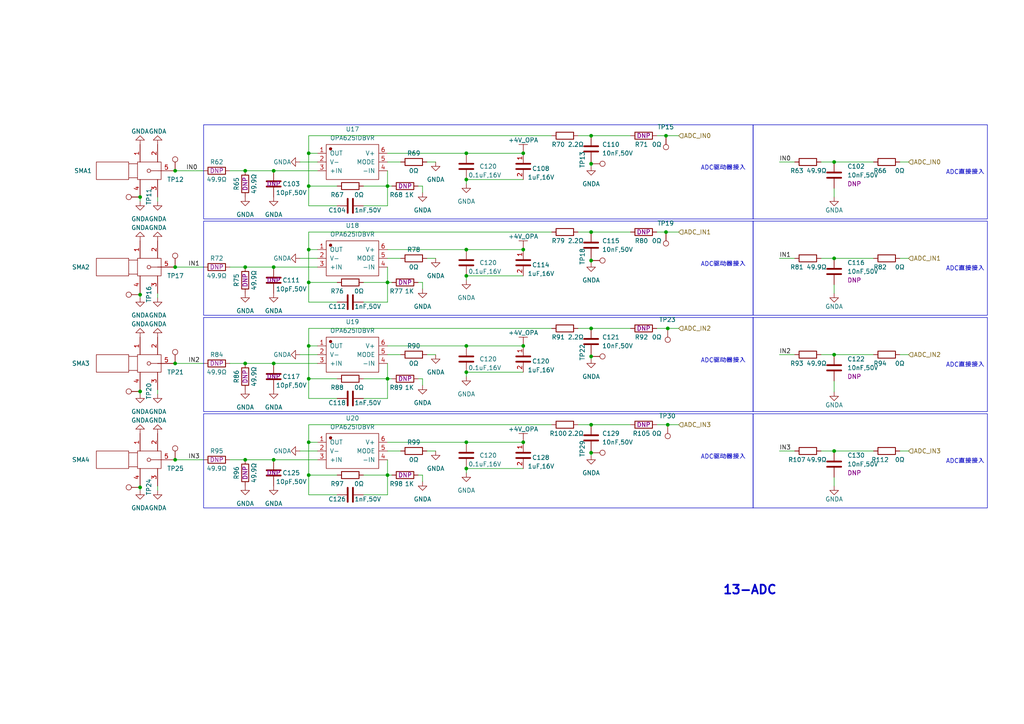
<source format=kicad_sch>
(kicad_sch (version 20230121) (generator eeschema)
  (paper "A4")
  (junction (at 241.935 74.93))
  (junction (at 79.375 49.53))
  (junction (at 135.255 135.89))
  (junction (at 171.45 75.565))
  (junction (at 171.45 131.318))
  (junction (at 89.535 44.45))
  (junction (at 40.64 141.351))
  (junction (at 135.255 100.33))
  (junction (at 171.45 39.37))
  (junction (at 193.675 123.19))
  (junction (at 171.45 67.31))
  (junction (at 135.255 52.07))
  (junction (at 89.535 128.27))
  (junction (at 89.535 100.33))
  (junction (at 71.12 105.41))
  (junction (at 151.765 128.27))
  (junction (at 112.395 137.795))
  (junction (at 112.395 53.975))
  (junction (at 89.535 81.915))
  (junction (at 135.255 107.95))
  (junction (at 171.45 103.378))
  (junction (at 71.12 133.35))
  (junction (at 71.12 49.53))
  (junction (at 89.535 72.39))
  (junction (at 40.64 113.538))
  (junction (at 40.64 85.471))
  (junction (at 50.8 105.41))
  (junction (at 135.255 72.39))
  (junction (at 79.375 77.47))
  (junction (at 50.8 133.35))
  (junction (at 89.535 109.855))
  (junction (at 241.935 46.99))
  (junction (at 50.8 49.53))
  (junction (at 112.395 81.915))
  (junction (at 193.167 39.37))
  (junction (at 89.535 53.975))
  (junction (at 40.64 57.15))
  (junction (at 151.765 44.45))
  (junction (at 241.935 130.81))
  (junction (at 135.255 128.27))
  (junction (at 171.45 123.19))
  (junction (at 151.765 72.39))
  (junction (at 193.675 95.25))
  (junction (at 171.45 95.25))
  (junction (at 79.375 105.41))
  (junction (at 112.395 109.855))
  (junction (at 89.535 137.795))
  (junction (at 50.8 77.47))
  (junction (at 241.935 102.87))
  (junction (at 135.255 80.01))
  (junction (at 193.167 67.31))
  (junction (at 79.375 133.35))
  (junction (at 71.12 77.47))
  (junction (at 135.255 44.45))
  (junction (at 151.765 100.33))
  (junction (at 171.45 47.498))
  (wire (pts (xy 112.395 53.975) (xy 112.395 59.69)))
  (wire (pts (xy 260.985 74.93) (xy 263.525 74.93)))
  (wire (pts (xy 190.5 95.25) (xy 193.675 95.25)))
  (wire (pts (xy 105.41 115.57) (xy 112.395 115.57)))
  (wire (pts (xy 171.45 123.19) (xy 182.88 123.19)))
  (wire (pts (xy 171.45 76.2) (xy 171.45 75.565)))
  (wire (pts (xy 190.5 123.19) (xy 193.675 123.19)))
  (wire (pts (xy 86.995 74.93) (xy 92.075 74.93)))
  (wire (pts (xy 97.79 53.975) (xy 89.535 53.975)))
  (wire (pts (xy 105.41 137.795) (xy 112.395 137.795)))
  (wire (pts (xy 89.535 128.27) (xy 92.075 128.27)))
  (wire (pts (xy 89.535 67.31) (xy 160.02 67.31)))
  (wire (pts (xy 226.06 74.93) (xy 230.505 74.93)))
  (wire (pts (xy 79.375 49.53) (xy 92.075 49.53)))
  (wire (pts (xy 112.395 81.915) (xy 112.395 87.63)))
  (wire (pts (xy 105.41 53.975) (xy 112.395 53.975)))
  (wire (pts (xy 79.375 105.41) (xy 92.075 105.41)))
  (wire (pts (xy 151.765 72.39) (xy 135.255 72.39)))
  (wire (pts (xy 50.8 133.35) (xy 59.055 133.35)))
  (wire (pts (xy 89.535 123.19) (xy 89.535 128.27)))
  (wire (pts (xy 105.41 143.51) (xy 112.395 143.51)))
  (wire (pts (xy 86.995 102.87) (xy 92.075 102.87)))
  (wire (pts (xy 97.79 109.855) (xy 89.535 109.855)))
  (wire (pts (xy 66.675 77.47) (xy 71.12 77.47)))
  (wire (pts (xy 50.8 49.53) (xy 59.055 49.53)))
  (wire (pts (xy 171.45 39.37) (xy 182.88 39.37)))
  (wire (pts (xy 45.72 142.24) (xy 45.72 140.97)))
  (wire (pts (xy 260.985 102.87) (xy 263.525 102.87)))
  (wire (pts (xy 105.41 59.69) (xy 112.395 59.69)))
  (wire (pts (xy 112.395 109.855) (xy 112.395 115.57)))
  (wire (pts (xy 167.64 95.25) (xy 171.45 95.25)))
  (wire (pts (xy 190.5 39.37) (xy 193.167 39.37)))
  (wire (pts (xy 260.985 46.99) (xy 263.525 46.99)))
  (wire (pts (xy 79.375 133.35) (xy 92.075 133.35)))
  (wire (pts (xy 89.535 44.45) (xy 92.075 44.45)))
  (wire (pts (xy 45.72 114.3) (xy 45.72 113.03)))
  (wire (pts (xy 112.395 109.855) (xy 113.665 109.855)))
  (wire (pts (xy 126.365 102.87) (xy 123.825 102.87)))
  (wire (pts (xy 167.64 39.37) (xy 171.45 39.37)))
  (wire (pts (xy 171.45 67.31) (xy 182.88 67.31)))
  (wire (pts (xy 122.555 53.975) (xy 121.285 53.975)))
  (wire (pts (xy 116.205 130.81) (xy 112.395 130.81)))
  (wire (pts (xy 89.535 72.39) (xy 92.075 72.39)))
  (wire (pts (xy 241.935 46.99) (xy 253.365 46.99)))
  (wire (pts (xy 238.125 74.93) (xy 241.935 74.93)))
  (wire (pts (xy 40.64 86.36) (xy 40.64 85.471)))
  (wire (pts (xy 50.8 105.41) (xy 59.055 105.41)))
  (wire (pts (xy 190.5 67.31) (xy 193.167 67.31)))
  (wire (pts (xy 79.375 133.35) (xy 71.12 133.35)))
  (wire (pts (xy 89.535 109.855) (xy 89.535 100.33)))
  (wire (pts (xy 135.255 44.45) (xy 112.395 44.45)))
  (wire (pts (xy 241.935 82.55) (xy 241.935 85.09)))
  (wire (pts (xy 66.675 133.35) (xy 71.12 133.35)))
  (wire (pts (xy 151.765 128.27) (xy 135.255 128.27)))
  (wire (pts (xy 50.8 77.47) (xy 59.055 77.47)))
  (wire (pts (xy 122.555 81.915) (xy 122.555 83.82)))
  (wire (pts (xy 122.555 109.855) (xy 122.555 111.76)))
  (wire (pts (xy 112.395 133.35) (xy 112.395 137.795)))
  (wire (pts (xy 241.935 130.81) (xy 253.365 130.81)))
  (wire (pts (xy 105.41 81.915) (xy 112.395 81.915)))
  (wire (pts (xy 241.935 110.49) (xy 241.935 113.665)))
  (wire (pts (xy 45.72 86.36) (xy 45.72 85.09)))
  (wire (pts (xy 116.205 46.99) (xy 112.395 46.99)))
  (wire (pts (xy 135.255 80.01) (xy 151.765 80.01)))
  (wire (pts (xy 151.765 100.33) (xy 135.255 100.33)))
  (wire (pts (xy 40.64 85.471) (xy 40.64 85.09)))
  (wire (pts (xy 112.395 137.795) (xy 112.395 143.51)))
  (wire (pts (xy 193.167 39.37) (xy 196.85 39.37)))
  (wire (pts (xy 40.64 58.42) (xy 40.64 57.15)))
  (wire (pts (xy 122.555 81.915) (xy 121.285 81.915)))
  (wire (pts (xy 97.79 59.69) (xy 89.535 59.69)))
  (wire (pts (xy 89.535 67.31) (xy 89.535 72.39)))
  (wire (pts (xy 126.365 46.99) (xy 123.825 46.99)))
  (wire (pts (xy 238.125 102.87) (xy 241.935 102.87)))
  (wire (pts (xy 79.375 49.53) (xy 71.12 49.53)))
  (wire (pts (xy 171.45 48.26) (xy 171.45 47.498)))
  (wire (pts (xy 171.45 104.14) (xy 171.45 103.378)))
  (wire (pts (xy 135.255 135.89) (xy 151.765 135.89)))
  (wire (pts (xy 171.45 95.25) (xy 182.88 95.25)))
  (wire (pts (xy 89.535 137.795) (xy 89.535 143.51)))
  (wire (pts (xy 89.535 81.915) (xy 89.535 72.39)))
  (wire (pts (xy 112.395 49.53) (xy 112.395 53.975)))
  (wire (pts (xy 151.765 44.45) (xy 135.255 44.45)))
  (wire (pts (xy 79.375 77.47) (xy 92.075 77.47)))
  (wire (pts (xy 89.535 81.915) (xy 89.535 87.63)))
  (wire (pts (xy 171.45 132.08) (xy 171.45 131.318)))
  (wire (pts (xy 116.205 74.93) (xy 112.395 74.93)))
  (wire (pts (xy 89.535 95.25) (xy 160.02 95.25)))
  (wire (pts (xy 89.535 137.795) (xy 89.535 128.27)))
  (wire (pts (xy 241.935 102.87) (xy 253.365 102.87)))
  (wire (pts (xy 226.06 46.99) (xy 230.505 46.99)))
  (wire (pts (xy 40.64 114.3) (xy 40.64 113.538)))
  (wire (pts (xy 193.675 123.19) (xy 196.85 123.19)))
  (wire (pts (xy 241.935 74.93) (xy 253.365 74.93)))
  (wire (pts (xy 112.395 81.915) (xy 113.665 81.915)))
  (wire (pts (xy 260.985 130.81) (xy 263.525 130.81)))
  (wire (pts (xy 97.79 115.57) (xy 89.535 115.57)))
  (wire (pts (xy 89.535 123.19) (xy 160.02 123.19)))
  (wire (pts (xy 193.675 95.25) (xy 196.85 95.25)))
  (wire (pts (xy 226.06 130.81) (xy 230.505 130.81)))
  (wire (pts (xy 89.535 39.37) (xy 89.535 44.45)))
  (wire (pts (xy 116.205 102.87) (xy 112.395 102.87)))
  (wire (pts (xy 171.45 75.565) (xy 171.45 74.93)))
  (wire (pts (xy 66.675 49.53) (xy 71.12 49.53)))
  (wire (pts (xy 89.535 100.33) (xy 92.075 100.33)))
  (wire (pts (xy 112.395 77.47) (xy 112.395 81.915)))
  (wire (pts (xy 86.995 130.81) (xy 92.075 130.81)))
  (wire (pts (xy 89.535 53.975) (xy 89.535 44.45)))
  (wire (pts (xy 45.72 58.42) (xy 45.72 57.15)))
  (wire (pts (xy 40.64 141.351) (xy 40.64 140.97)))
  (wire (pts (xy 193.167 67.31) (xy 196.85 67.31)))
  (wire (pts (xy 79.375 77.47) (xy 71.12 77.47)))
  (wire (pts (xy 89.535 109.855) (xy 89.535 115.57)))
  (wire (pts (xy 112.395 105.41) (xy 112.395 109.855)))
  (wire (pts (xy 135.255 52.07) (xy 151.765 52.07)))
  (wire (pts (xy 122.555 109.855) (xy 121.285 109.855)))
  (wire (pts (xy 97.79 81.915) (xy 89.535 81.915)))
  (wire (pts (xy 122.555 53.975) (xy 122.555 55.88)))
  (wire (pts (xy 105.41 87.63) (xy 112.395 87.63)))
  (wire (pts (xy 105.41 109.855) (xy 112.395 109.855)))
  (wire (pts (xy 238.125 130.81) (xy 241.935 130.81)))
  (wire (pts (xy 167.64 67.31) (xy 171.45 67.31)))
  (wire (pts (xy 226.06 102.87) (xy 230.505 102.87)))
  (wire (pts (xy 97.79 87.63) (xy 89.535 87.63)))
  (wire (pts (xy 79.375 105.41) (xy 71.12 105.41)))
  (wire (pts (xy 135.255 81.28) (xy 135.255 80.01)))
  (wire (pts (xy 86.995 46.99) (xy 92.075 46.99)))
  (wire (pts (xy 66.675 105.41) (xy 71.12 105.41)))
  (wire (pts (xy 241.935 138.43) (xy 241.935 140.97)))
  (wire (pts (xy 40.64 142.24) (xy 40.64 141.351)))
  (wire (pts (xy 135.255 107.95) (xy 151.765 107.95)))
  (wire (pts (xy 126.365 130.81) (xy 123.825 130.81)))
  (wire (pts (xy 135.255 137.16) (xy 135.255 135.89)))
  (wire (pts (xy 238.125 46.99) (xy 241.935 46.99)))
  (wire (pts (xy 122.555 137.795) (xy 122.555 139.7)))
  (wire (pts (xy 112.395 53.975) (xy 113.665 53.975)))
  (wire (pts (xy 89.535 39.37) (xy 160.02 39.37)))
  (wire (pts (xy 135.255 53.34) (xy 135.255 52.07)))
  (wire (pts (xy 112.395 137.795) (xy 113.665 137.795)))
  (wire (pts (xy 167.64 123.19) (xy 171.45 123.19)))
  (wire (pts (xy 171.45 47.498) (xy 171.45 46.99)))
  (wire (pts (xy 135.255 109.22) (xy 135.255 107.95)))
  (wire (pts (xy 171.45 103.378) (xy 171.45 102.87)))
  (wire (pts (xy 241.935 54.61) (xy 241.935 57.15)))
  (wire (pts (xy 135.255 128.27) (xy 112.395 128.27)))
  (wire (pts (xy 122.555 137.795) (xy 121.285 137.795)))
  (wire (pts (xy 126.365 74.93) (xy 123.825 74.93)))
  (wire (pts (xy 89.535 95.25) (xy 89.535 100.33)))
  (wire (pts (xy 89.535 53.975) (xy 89.535 59.69)))
  (wire (pts (xy 97.79 137.795) (xy 89.535 137.795)))
  (wire (pts (xy 97.79 143.51) (xy 89.535 143.51)))
  (wire (pts (xy 40.64 113.538) (xy 40.64 113.03)))
  (wire (pts (xy 135.255 100.33) (xy 112.395 100.33)))
  (wire (pts (xy 135.255 72.39) (xy 112.395 72.39)))
  (wire (pts (xy 171.45 131.318) (xy 171.45 130.81)))
  (rectangle (start 218.44 36.195) (end 286.385 63.5))
  (rectangle (start 218.44 64.135) (end 286.385 91.44))
  (rectangle (start 59.055 64.135) (end 218.44 91.44))
  (rectangle (start 59.055 120.015) (end 218.44 147.32))
  (rectangle (start 218.44 92.075) (end 286.385 119.38))
  (rectangle (start 59.055 36.195) (end 218.44 63.5))
  (rectangle (start 218.44 120.015) (end 286.385 147.32))
  (rectangle (start 59.055 92.075) (end 218.44 119.38))
  (text "ADC驱动器接入" (at 203.2 105.41 0) (effects (font (size 1.27 1.27)) (justify left bottom)))
  (text "13-ADC" (at 209.55 172.72 0) (effects (font (size 2.54 2.54) (thickness 0.508) bold) (justify left bottom)))
  (text "ADC直接接入" (at 274.32 106.68 0) (effects (font (size 1.27 1.27)) (justify left bottom)))
  (text "ADC驱动器接入" (at 203.2 49.53 0) (effects (font (size 1.27 1.27)) (justify left bottom)))
  (text "ADC直接接入" (at 274.32 134.62 0) (effects (font (size 1.27 1.27)) (justify left bottom)))
  (text "ADC驱动器接入" (at 203.2 133.35 0) (effects (font (size 1.27 1.27)) (justify left bottom)))
  (text "ADC直接接入" (at 274.32 78.74 0) (effects (font (size 1.27 1.27)) (justify left bottom)))
  (text "ADC直接接入" (at 274.32 50.8 0) (effects (font (size 1.27 1.27)) (justify left bottom)))
  (text "ADC驱动器接入" (at 203.2 77.47 0) (effects (font (size 1.27 1.27)) (justify left bottom)))
  (label "IN3" (at 54.61 133.35 0))
  (label "IN2" (at 54.61 105.41 0))
  (label "IN0" (at 226.06 46.99 0))
  (label "IN0" (at 53.975 49.53 0))
  (label "IN1" (at 226.06 74.93 0))
  (label "IN3" (at 226.06 130.81 0))
  (label "IN1" (at 54.61 77.47 0))
  (label "IN2" (at 226.06 102.87 0))
  (hierarchical_label "ADC_IN0" (shape input) (at 196.85 39.37 0))
  (hierarchical_label "ADC_IN3" (shape input) (at 263.525 130.81 0))
  (hierarchical_label "ADC_IN1" (shape input) (at 263.525 74.93 0))
  (hierarchical_label "ADC_IN0" (shape input) (at 263.525 46.99 0))
  (hierarchical_label "ADC_IN1" (shape input) (at 196.85 67.31 0))
  (hierarchical_label "ADC_IN2" (shape input) (at 263.525 102.87 0))
  (hierarchical_label "ADC_IN3" (shape input) (at 196.85 123.19 0))
  (hierarchical_label "ADC_IN2" (shape input) (at 196.85 95.25 0))
  (symbol (lib_id "00_HPM_power:GNDA") (at 71.12 113.03 0) (unit 1)
    (property "Reference" "#PWR074" (effects hide))
    (property "Value" "GNDA" (at 71.12 118.11 0))
    (instances (project "HPM62_63_144_ADC_EVK_RevB" (path "" (reference "#PWR074") (unit 1)) (path "" (reference "#PWR088") (unit 1)) (path "" (reference "#PWR0180") (unit 1))))
  )
  (symbol (lib_id "01-HPM-Peripheral:TestPoint-1mm") (at 193.167 67.31 180) (unit 1)
    (property "Reference" "TP19" (at 190.627 64.77 0) (effects (justify right)))
    (property "Value" "PC13" (effects hide))
    (property "Footprint" "01_HPM_Peripheral:TestPoint_Pad_D1.0mm" (effects hide))
    (property "Digi-Key_PN" "36-5002-ND" (effects hide))
    (property "MPN" "5002" (effects hide))
    (property "Category" "Test and Measurement" (effects hide))
    (property "Family" "Test Points" (effects hide))
    (property "DK_Datasheet_Link" "http://www.keyelco.com/product-pdf.cfm?p=1311" (effects hide))
    (property "DK_Detail_Page" "/product-detail/en/keystone-electronics/5002/36-5002-ND/255328" (effects hide))
    (property "Description" "PC TEST POINT MINIATURE WHITE" (effects hide))
    (property "Manufacturer" "Keystone Electronics" (effects hide))
    (property "Status" "Active" (effects hide))
  )
  (symbol (lib_id "03_HPM_Capacitance:1nF,50V_0402") (at 101.6 115.57 90) (unit 1)
    (property "Reference" "C118" (at 97.79 116.84 90))
    (property "Value" "1nF,50V" (at 106.68 116.84 90))
    (property "Footprint" "03_HPM_Capacitance:C_0402" (effects hide))
    (property "Model" "CL05B102KB5NNNC" (effects hide))
    (property "Company" "SAMSUNG(三星)" (effects hide))
  )
  (symbol (lib_id "03_HPM_Capacitance:1uF,16V_0402") (at 151.765 104.775 0) (unit 1)
    (property "Reference" "C120" (at 154.305 104.775 0) (effects (justify left)))
    (property "Value" "1uF,16V" (at 153.035 107.315 0) (effects (justify left)))
    (property "Footprint" "03_HPM_Capacitance:C_0402" (effects hide))
    (property "Model" " CL05A105KO5NNNC" (effects hide))
    (property "Company" " SAMSUNG(三星) " (effects hide))
  )
  (symbol (lib_id "00_HPM_power:GNDA") (at 40.64 114.3 0) (unit 1)
    (property "Reference" "#PWR074" (effects hide))
    (property "Value" "GNDA" (at 40.64 119.38 0))
    (instances (project "HPM62_63_144_ADC_EVK_RevB" (path "" (reference "#PWR074") (unit 1)) (path "" (reference "#PWR088") (unit 1)) (path "" (reference "#PWR0177") (unit 1))))
  )
  (symbol (lib_id "00_HPM_power:+4V_OPA") (at 151.765 72.39 0) (unit 1) (in_bom no) (on_board no)
    (property "Reference" "#PWR057" (effects hide))
    (property "Value" "+4V_OPA" (at 151.765 68.58 0))
    (instances (project "HPM62_63_144_ADC_EVK_RevB" (path "" (reference "#PWR057") (unit 1)) (path "" (reference "#PWR0173") (unit 1))))
  )
  (symbol (lib_id "00_HPM_power:GNDA") (at 241.935 85.09 0) (unit 1)
    (property "Reference" "#PWR074" (effects hide))
    (property "Value" "GNDA" (at 241.935 88.9 0))
    (instances (project "HPM62_63_144_ADC_EVK_RevB" (path "" (reference "#PWR074") (unit 1)) (path "" (reference "#PWR088") (unit 1)) (path "" (reference "#PWR0175") (unit 1))))
  )
  (symbol (lib_id "00_HPM_power:GNDA") (at 86.995 130.81 270) (unit 1)
    (property "Reference" "#PWR074" (effects hide))
    (property "Value" "GNDA" (at 84.455 130.81 90) (effects (justify right)))
    (instances (project "HPM62_63_144_ADC_EVK_RevB" (path "" (reference "#PWR074") (unit 1)) (path "" (reference "#PWR088") (unit 1)) (path "" (reference "#PWR0200") (unit 1))))
  )
  (symbol (lib_id "02_HPM_Resistor:1K_0402") (at 101.6 137.795 0) (unit 1)
    (property "Reference" "R97" (at 97.79 140.335 0))
    (property "Value" "0Ω" (at 104.14 140.335 0))
    (property "Footprint" "02_HPM_Resistor:R_0402_1005Metric" (effects hide))
    (property "Model" "0402WGF1001TCE" (effects hide))
    (property "Company" "UNI-ROYAL(厚声)" (effects hide))
  )
  (symbol (lib_id "01-HPM-Peripheral:TestPoint-1mm") (at 50.8 133.35 0) (unit 1)
    (property "Reference" "TP25" (at 53.34 135.89 0) (effects (justify right)))
    (property "Value" "S" (effects hide))
    (property "Footprint" "TestPoint:TestPoint_Pad_D1.0mm" (effects hide))
    (property "Digi-Key_PN" "36-5002-ND" (effects hide))
    (property "MPN" "5002" (effects hide))
    (property "Category" "Test and Measurement" (effects hide))
    (property "Family" "Test Points" (effects hide))
    (property "DK_Datasheet_Link" "http://www.keyelco.com/product-pdf.cfm?p=1311" (effects hide))
    (property "DK_Detail_Page" "/product-detail/en/keystone-electronics/5002/36-5002-ND/255328" (effects hide))
    (property "Description" "PC TEST POINT MINIATURE WHITE" (effects hide))
    (property "Manufacturer" "Keystone Electronics" (effects hide))
    (property "Status" "Active" (effects hide))
  )
  (symbol (lib_id "01-HPM-Peripheral:TestPoint-1mm") (at 40.64 85.471 90) (unit 1)
    (property "Reference" "TP16" (at 43.18 82.931 0) (effects (justify right)))
    (property "Value" "G" (effects hide))
    (property "Footprint" "TestPoint:TestPoint_Pad_D1.0mm" (effects hide))
    (property "Digi-Key_PN" "36-5002-ND" (effects hide))
    (property "MPN" "5002" (effects hide))
    (property "Category" "Test and Measurement" (effects hide))
    (property "Family" "Test Points" (effects hide))
    (property "DK_Datasheet_Link" "http://www.keyelco.com/product-pdf.cfm?p=1311" (effects hide))
    (property "DK_Detail_Page" "/product-detail/en/keystone-electronics/5002/36-5002-ND/255328" (effects hide))
    (property "Description" "PC TEST POINT MINIATURE WHITE" (effects hide))
    (property "Manufacturer" "Keystone Electronics" (effects hide))
    (property "Status" "Active" (effects hide))
  )
  (symbol (lib_id "01-HPM-Peripheral:TestPoint-1mm") (at 193.675 95.25 180) (unit 1)
    (property "Reference" "TP23" (at 191.135 92.71 0) (effects (justify right)))
    (property "Value" "PC14" (effects hide))
    (property "Footprint" "01_HPM_Peripheral:TestPoint_Pad_D1.0mm" (effects hide))
    (property "Digi-Key_PN" "36-5002-ND" (effects hide))
    (property "MPN" "5002" (effects hide))
    (property "Category" "Test and Measurement" (effects hide))
    (property "Family" "Test Points" (effects hide))
    (property "DK_Datasheet_Link" "http://www.keyelco.com/product-pdf.cfm?p=1311" (effects hide))
    (property "DK_Detail_Page" "/product-detail/en/keystone-electronics/5002/36-5002-ND/255328" (effects hide))
    (property "Description" "PC TEST POINT MINIATURE WHITE" (effects hide))
    (property "Manufacturer" "Keystone Electronics" (effects hide))
    (property "Status" "Active" (effects hide))
  )
  (symbol (lib_id "00_HPM_power:GNDA") (at 126.365 46.99 0) (unit 1)
    (property "Reference" "#PWR074" (effects hide))
    (property "Value" "GNDA" (at 126.365 52.07 0))
    (instances (project "HPM62_63_144_ADC_EVK_RevB" (path "" (reference "#PWR074") (unit 1)) (path "" (reference "#PWR088") (unit 1)) (path "" (reference "#PWR0145") (unit 1))))
  )
  (symbol (lib_id "03_HPM_Capacitance:10nF,50V_0402") (at 171.45 71.12 0) (unit 1)
    (property "Reference" "C115" (at 174.625 69.85 0) (effects (justify left)))
    (property "Value" "10nF,50V" (at 174.625 72.39 0) (effects (justify left)))
    (property "Footprint" "03_HPM_Capacitance:C_0402" (effects hide))
    (property "Model" " CL05B103KB5NNNC" (effects hide))
    (property "Company" "SAMSUNG(三星)" (effects hide))
  )
  (symbol (lib_id "15_HPM_Libing:OPA625IDBVR") (at 102.235 130.81 0) (unit 1)
    (property "Reference" "U20" (at 102.235 121.285 0))
    (property "Value" "OPA625IDBVR" (at 102.235 123.825 0))
    (property "Footprint" "kicad_lceda:SOT-23-6_L2.9-W1.6-P0.95-LS2.8-BR" (effects hide))
    (property "SuppliersPartNumber" "C495362" (effects hide))
    (property "uuid" "std:90e4ce1759de412d9bf8c9107a5f1053" (effects hide))
    (property "Model" "OPA625IDBVR" (effects hide))
    (property "Company" " TI(德州仪器)" (effects hide))
  )
  (symbol (lib_id "00_HPM_power:GNDA") (at 71.12 85.09 0) (unit 1)
    (property "Reference" "#PWR074" (effects hide))
    (property "Value" "GNDA" (at 71.12 90.17 0))
    (instances (project "HPM62_63_144_ADC_EVK_RevB" (path "" (reference "#PWR074") (unit 1)) (path "" (reference "#PWR088") (unit 1)) (path "" (reference "#PWR0167") (unit 1))))
  )
  (symbol (lib_id "02_HPM_Resistor:1K_0402") (at 117.475 137.795 0) (unit 1)
    (property "Reference" "R98" (at 114.935 140.335 0))
    (property "Value" "1K" (at 118.745 140.335 0))
    (property "Footprint" "02_HPM_Resistor:R_0402_1005Metric" (effects hide))
    (property "DNP" "DNP" (at 117.475 137.795 0))
    (property "Model" "0402WGF1001TCE" (effects hide))
    (property "Company" "UNI-ROYAL(厚声)" (effects hide))
  )
  (symbol (lib_id "02_HPM_Resistor:2.2Ω_0402") (at 163.83 67.31 0) (unit 1)
    (property "Reference" "R79" (at 161.925 69.85 0))
    (property "Value" "2.2Ω" (at 167.005 69.85 0))
    (property "Footprint" "02_HPM_Resistor:R_0402_1005Metric" (effects hide))
    (property "Model" " 0402WGF220KTCE" (effects hide))
    (property "Company" " UNI-ROYAL(厚声) " (effects hide))
  )
  (symbol (lib_id "00_HPM_power:GNDA") (at 241.935 140.97 0) (unit 1)
    (property "Reference" "#PWR074" (effects hide))
    (property "Value" "GNDA" (at 241.935 144.78 0))
    (instances (project "HPM62_63_144_ADC_EVK_RevB" (path "" (reference "#PWR074") (unit 1)) (path "" (reference "#PWR088") (unit 1)) (path "" (reference "#PWR0206") (unit 1))))
  )
  (symbol (lib_id "02_HPM_Resistor:49.9Ω_0402") (at 62.865 49.53 0) (unit 1)
    (property "Reference" "R62" (at 62.865 46.99 0))
    (property "Value" "49.9Ω" (at 62.865 52.07 0))
    (property "Footprint" "02_HPM_Resistor:R_0402_1005Metric" (effects hide))
    (property "DNP" "DNP" (at 62.865 49.53 0))
    (property "Model" " 0402WGF499JTCE" (effects hide))
    (property "Company" " UNI-ROYAL(厚声) " (effects hide))
  )
  (symbol (lib_id "03_HPM_Capacitance:10nF,50V_0402") (at 241.935 106.68 0) (unit 1)
    (property "Reference" "C122" (at 245.745 104.14 0) (effects (justify left)))
    (property "Value" "10nF,50V" (at 245.745 106.68 0) (effects (justify left)))
    (property "Footprint" "03_HPM_Capacitance:C_0402" (effects hide))
    (property "DNP" "DNP" (at 245.745 109.22 0) (effects (justify left)))
    (property "Model" " CL05B103KB5NNNC" (effects hide))
    (property "Company" "SAMSUNG(三星)" (effects hide))
  )
  (symbol (lib_id "01-HPM-Peripheral:TestPoint-1mm") (at 171.45 131.318 270) (unit 1)
    (property "Reference" "TP29" (at 168.91 132.588 0) (effects (justify right)))
    (property "Value" "AGND" (effects hide))
    (property "Footprint" "TestPoint:TestPoint_Pad_D1.0mm" (effects hide))
    (property "Digi-Key_PN" "36-5002-ND" (effects hide))
    (property "MPN" "5002" (effects hide))
    (property "Category" "Test and Measurement" (effects hide))
    (property "Family" "Test Points" (effects hide))
    (property "DK_Datasheet_Link" "http://www.keyelco.com/product-pdf.cfm?p=1311" (effects hide))
    (property "DK_Detail_Page" "/product-detail/en/keystone-electronics/5002/36-5002-ND/255328" (effects hide))
    (property "Description" "PC TEST POINT MINIATURE WHITE" (effects hide))
    (property "Manufacturer" "Keystone Electronics" (effects hide))
    (property "Status" "Active" (effects hide))
  )
  (symbol (lib_id "02_HPM_Resistor:2.2Ω_0402") (at 163.83 123.19 0) (unit 1)
    (property "Reference" "R100" (at 161.925 125.73 0))
    (property "Value" "2.2Ω" (at 167.005 125.73 0))
    (property "Footprint" "02_HPM_Resistor:R_0402_1005Metric" (effects hide))
    (property "Model" " 0402WGF220KTCE" (effects hide))
    (property "Company" " UNI-ROYAL(厚声) " (effects hide))
  )
  (symbol (lib_id "00_HPM_power:GNDA") (at 86.995 102.87 270) (unit 1)
    (property "Reference" "#PWR074" (effects hide))
    (property "Value" "GNDA" (at 84.455 102.87 90) (effects (justify right)))
    (instances (project "HPM62_63_144_ADC_EVK_RevB" (path "" (reference "#PWR074") (unit 1)) (path "" (reference "#PWR088") (unit 1)) (path "" (reference "#PWR0182") (unit 1))))
  )
  (symbol (lib_id "00_HPM_power:GNDA") (at 45.72 69.85 180) (unit 1)
    (property "Reference" "#PWR074" (effects hide))
    (property "Value" "GNDA" (at 45.72 66.04 0))
    (instances (project "HPM62_63_144_ADC_EVK_RevB" (path "" (reference "#PWR074") (unit 1)) (path "" (reference "#PWR088") (unit 1)) (path "" (reference "#PWR0165") (unit 1))))
  )
  (symbol (lib_id "03_HPM_Capacitance:0.1uF,16V_0402") (at 135.255 104.14 0) (mirror y) (unit 1)
    (property "Reference" "C120" (at 144.145 104.14 0) (effects (justify left)))
    (property "Value" "0.1uF,16V" (at 145.415 106.68 0) (effects (justify left)))
    (property "Footprint" "03_HPM_Capacitance:C_0402" (effects hide))
    (property "Model" "CL05B104KO5NNNC" (effects hide))
    (property "Company" "SAMSUNG(三星)" (effects hide))
    (instances (project "HPM62_63_144_ADC_EVK_RevB" (path "" (reference "C120") (unit 1)) (path "" (reference "C119") (unit 1))) (project "EVK_REVC" (path "" (reference "C122") (unit 1))))
  )
  (symbol (lib_id "00_HPM_power:+4V_OPA") (at 151.765 44.45 0) (unit 1) (in_bom no) (on_board no)
    (property "Reference" "#PWR057" (effects hide))
    (property "Value" "+4V_OPA" (at 151.765 40.64 0))
    (instances (project "HPM62_63_144_ADC_EVK_RevB" (path "" (reference "#PWR057") (unit 1)) (path "" (reference "#PWR0161") (unit 1))))
  )
  (symbol (lib_id "01-HPM-Peripheral:TestPoint-1mm") (at 171.45 75.565 270) (unit 1)
    (property "Reference" "TP18" (at 168.91 76.835 0) (effects (justify right)))
    (property "Value" "AGND" (effects hide))
    (property "Footprint" "TestPoint:TestPoint_Pad_D1.0mm" (effects hide))
    (property "Digi-Key_PN" "36-5002-ND" (effects hide))
    (property "MPN" "5002" (effects hide))
    (property "Category" "Test and Measurement" (effects hide))
    (property "Family" "Test Points" (effects hide))
    (property "DK_Datasheet_Link" "http://www.keyelco.com/product-pdf.cfm?p=1311" (effects hide))
    (property "DK_Detail_Page" "/product-detail/en/keystone-electronics/5002/36-5002-ND/255328" (effects hide))
    (property "Description" "PC TEST POINT MINIATURE WHITE" (effects hide))
    (property "Manufacturer" "Keystone Electronics" (effects hide))
    (property "Status" "Active" (effects hide))
  )
  (symbol (lib_id "01-HPM-Peripheral:TestPoint-1mm") (at 171.45 47.498 270) (unit 1)
    (property "Reference" "TP13" (at 168.91 48.768 0) (effects (justify right)))
    (property "Value" "AGND" (effects hide))
    (property "Footprint" "TestPoint:TestPoint_Pad_D1.0mm" (effects hide))
    (property "Digi-Key_PN" "36-5002-ND" (effects hide))
    (property "MPN" "5002" (effects hide))
    (property "Category" "Test and Measurement" (effects hide))
    (property "Family" "Test Points" (effects hide))
    (property "DK_Datasheet_Link" "http://www.keyelco.com/product-pdf.cfm?p=1311" (effects hide))
    (property "DK_Detail_Page" "/product-detail/en/keystone-electronics/5002/36-5002-ND/255328" (effects hide))
    (property "Description" "PC TEST POINT MINIATURE WHITE" (effects hide))
    (property "Manufacturer" "Keystone Electronics" (effects hide))
    (property "Status" "Active" (effects hide))
  )
  (symbol (lib_id "00_HPM_power:GNDA") (at 171.45 48.26 0) (unit 1)
    (property "Reference" "#PWR074" (effects hide))
    (property "Value" "GNDA" (at 171.45 53.34 0))
    (instances (project "HPM62_63_144_ADC_EVK_RevB" (path "" (reference "#PWR074") (unit 1)) (path "" (reference "#PWR088") (unit 1)) (path "" (reference "#PWR0162") (unit 1))))
  )
  (symbol (lib_id "00_HPM_power:GNDA") (at 171.45 132.08 0) (unit 1)
    (property "Reference" "#PWR074" (effects hide))
    (property "Value" "GNDA" (at 171.45 137.16 0))
    (instances (project "HPM62_63_144_ADC_EVK_RevB" (path "" (reference "#PWR074") (unit 1)) (path "" (reference "#PWR088") (unit 1)) (path "" (reference "#PWR0205") (unit 1))))
  )
  (symbol (lib_id "00_HPM_power:GNDA") (at 40.64 41.91 180) (unit 1)
    (property "Reference" "#PWR074" (effects hide))
    (property "Value" "GNDA" (at 40.64 38.1 0))
    (instances (project "HPM62_63_144_ADC_EVK_RevB" (path "" (reference "#PWR074") (unit 1)) (path "" (reference "#PWR088") (unit 1)) (path "" (reference "#PWR0100") (unit 1))))
  )
  (symbol (lib_id "02_HPM_Resistor:0Ω_0402") (at 257.175 102.87 0) (unit 1)
    (property "Reference" "R94" (at 255.27 105.41 0))
    (property "Value" "0Ω" (at 260.985 105.41 0))
    (property "Footprint" "02_HPM_Resistor:R_0402_1005Metric" (effects hide))
    (property "Model" "RC0402JR-070RL" (effects hide))
    (property "Company" "YAGEO(国巨)" (effects hide))
  )
  (symbol (lib_id "02_HPM_Resistor:1K_0402") (at 117.475 53.975 0) (unit 1)
    (property "Reference" "R68" (at 114.935 56.515 0))
    (property "Value" "1K" (at 118.745 56.515 0))
    (property "Footprint" "02_HPM_Resistor:R_0402_1005Metric" (effects hide))
    (property "DNP" "DNP" (at 117.475 53.975 0))
    (property "Model" "0402WGF1001TCE" (effects hide))
    (property "Company" "UNI-ROYAL(厚声)" (effects hide))
  )
  (symbol (lib_id "03_HPM_Capacitance:1nF,50V_0402") (at 101.6 59.69 90) (unit 1)
    (property "Reference" "C104" (at 97.79 60.96 90))
    (property "Value" "1nF,50V" (at 106.68 60.96 90))
    (property "Footprint" "03_HPM_Capacitance:C_0402" (effects hide))
    (property "Model" "CL05B102KB5NNNC" (effects hide))
    (property "Company" "SAMSUNG(三星)" (effects hide))
  )
  (symbol (lib_id "01-HPM-Peripheral:TestPoint-1mm") (at 40.64 57.15 90) (unit 1)
    (property "Reference" "TP11" (at 43.18 54.61 0) (effects (justify right)))
    (property "Value" "G" (effects hide))
    (property "Footprint" "TestPoint:TestPoint_Pad_D1.0mm" (effects hide))
    (property "Digi-Key_PN" "36-5002-ND" (effects hide))
    (property "MPN" "5002" (effects hide))
    (property "Category" "Test and Measurement" (effects hide))
    (property "Family" "Test Points" (effects hide))
    (property "DK_Datasheet_Link" "http://www.keyelco.com/product-pdf.cfm?p=1311" (effects hide))
    (property "DK_Detail_Page" "/product-detail/en/keystone-electronics/5002/36-5002-ND/255328" (effects hide))
    (property "Description" "PC TEST POINT MINIATURE WHITE" (effects hide))
    (property "Manufacturer" "Keystone Electronics" (effects hide))
    (property "Status" "Active" (effects hide))
  )
  (symbol (lib_id "00_HPM_power:GNDA") (at 79.375 57.15 0) (unit 1)
    (property "Reference" "#PWR074" (effects hide))
    (property "Value" "GNDA" (at 79.375 62.23 0))
    (instances (project "HPM62_63_144_ADC_EVK_RevB" (path "" (reference "#PWR074") (unit 1)) (path "" (reference "#PWR088") (unit 1)) (path "" (reference "#PWR0110") (unit 1))))
  )
  (symbol (lib_id "02_HPM_Resistor:2.2Ω_0402") (at 234.315 130.81 0) (unit 1)
    (property "Reference" "R107" (at 231.14 133.35 0))
    (property "Value" "49.9Ω" (at 236.855 133.35 0))
    (property "Footprint" "02_HPM_Resistor:R_0402_1005Metric" (effects hide))
    (property "Model" " 0402WGF220KTCE" (effects hide))
    (property "Company" " UNI-ROYAL(厚声) " (effects hide))
  )
  (symbol (lib_id "00_HPM_power:GNDA") (at 126.365 102.87 0) (unit 1)
    (property "Reference" "#PWR074" (effects hide))
    (property "Value" "GNDA" (at 126.365 107.95 0))
    (instances (project "HPM62_63_144_ADC_EVK_RevB" (path "" (reference "#PWR074") (unit 1)) (path "" (reference "#PWR088") (unit 1)) (path "" (reference "#PWR0187") (unit 1))))
  )
  (symbol (lib_id "02_HPM_Resistor:49.9Ω_0402") (at 62.865 133.35 0) (unit 1)
    (property "Reference" "R95" (at 62.865 130.81 0))
    (property "Value" "49.9Ω" (at 62.865 135.89 0))
    (property "Footprint" "02_HPM_Resistor:R_0402_1005Metric" (effects hide))
    (property "DNP" "DNP" (at 62.865 133.35 0))
    (property "Model" " 0402WGF499JTCE" (effects hide))
    (property "Company" " UNI-ROYAL(厚声) " (effects hide))
  )
  (symbol (lib_id "03_HPM_Capacitance:1nF,50V_0402") (at 101.6 87.63 90) (unit 1)
    (property "Reference" "C112" (at 97.79 88.9 90))
    (property "Value" "1nF,50V" (at 106.68 88.9 90))
    (property "Footprint" "03_HPM_Capacitance:C_0402" (effects hide))
    (property "Model" "CL05B102KB5NNNC" (effects hide))
    (property "Company" "SAMSUNG(三星)" (effects hide))
  )
  (symbol (lib_id "15_HPM_Libing:OPA625IDBVR") (at 102.235 102.87 0) (unit 1)
    (property "Reference" "U19" (at 102.235 93.345 0))
    (property "Value" "OPA625IDBVR" (at 102.235 95.885 0))
    (property "Footprint" "kicad_lceda:SOT-23-6_L2.9-W1.6-P0.95-LS2.8-BR" (effects hide))
    (property "SuppliersPartNumber" "C495362" (effects hide))
    (property "uuid" "std:90e4ce1759de412d9bf8c9107a5f1053" (effects hide))
    (property "Model" "OPA625IDBVR" (effects hide))
    (property "Company" " TI(德州仪器)" (effects hide))
  )
  (symbol (lib_id "03_HPM_Capacitance:10nF,50V_0402") (at 241.935 50.8 0) (unit 1)
    (property "Reference" "C102" (at 245.745 48.26 0) (effects (justify left)))
    (property "Value" "10nF,50V" (at 245.745 50.8 0) (effects (justify left)))
    (property "Footprint" "03_HPM_Capacitance:C_0402" (effects hide))
    (property "DNP" "DNP" (at 245.745 53.34 0) (effects (justify left)))
    (property "Model" " CL05B103KB5NNNC" (effects hide))
    (property "Company" "SAMSUNG(三星)" (effects hide))
  )
  (symbol (lib_id "01-HPM-Peripheral:TestPoint-1mm") (at 193.675 123.19 180) (unit 1)
    (property "Reference" "TP30" (at 191.135 120.65 0) (effects (justify right)))
    (property "Value" "PC15" (effects hide))
    (property "Footprint" "01_HPM_Peripheral:TestPoint_Pad_D1.0mm" (effects hide))
    (property "Digi-Key_PN" "36-5002-ND" (effects hide))
    (property "MPN" "5002" (effects hide))
    (property "Category" "Test and Measurement" (effects hide))
    (property "Family" "Test Points" (effects hide))
    (property "DK_Datasheet_Link" "http://www.keyelco.com/product-pdf.cfm?p=1311" (effects hide))
    (property "DK_Detail_Page" "/product-detail/en/keystone-electronics/5002/36-5002-ND/255328" (effects hide))
    (property "Description" "PC TEST POINT MINIATURE WHITE" (effects hide))
    (property "Manufacturer" "Keystone Electronics" (effects hide))
    (property "Status" "Active" (effects hide))
  )
  (symbol (lib_id "03_HPM_Capacitance:10pF,50V_0402") (at 79.375 81.28 0) (unit 1)
    (property "Reference" "C111" (at 81.915 81.28 0) (effects (justify left)))
    (property "Value" "10pF,50V" (at 80.01 83.82 0) (effects (justify left)))
    (property "Footprint" "03_HPM_Capacitance:C_0402" (effects hide))
    (property "DNP" "DNP" (at 79.375 81.28 0))
    (property "Model" " CC0402JRNPO9BN100" (effects hide))
    (property "Company" " YAGEO(国巨) " (effects hide))
  )
  (symbol (lib_id "03_HPM_Capacitance:10nF,50V_0402") (at 171.45 43.18 0) (unit 1)
    (property "Reference" "C110" (at 174.625 41.91 0) (effects (justify left)))
    (property "Value" "10nF,50V" (at 174.625 44.45 0) (effects (justify left)))
    (property "Footprint" "03_HPM_Capacitance:C_0402" (effects hide))
    (property "Model" " CL05B103KB5NNNC" (effects hide))
    (property "Company" "SAMSUNG(三星)" (effects hide))
  )
  (symbol (lib_id "00_HPM_power:GNDA") (at 171.45 76.2 0) (unit 1)
    (property "Reference" "#PWR074" (effects hide))
    (property "Value" "GNDA" (at 171.45 81.28 0))
    (instances (project "HPM62_63_144_ADC_EVK_RevB" (path "" (reference "#PWR074") (unit 1)) (path "" (reference "#PWR088") (unit 1)) (path "" (reference "#PWR0174") (unit 1))))
  )
  (symbol (lib_id "15_HPM_Libing:SMA_C9900018296") (at 39.37 49.53 0) (unit 1)
    (property "Reference" "SMA1" (at 26.67 49.53 0) (effects (justify right)))
    (property "Value" "SMA_C9900018296" (effects hide))
    (property "Footprint" "kicad_lceda:SMA-SMD_BWSMA-KE-P001" (effects hide))
    (property "SuppliersPartNumber" "C9900018296" (effects hide))
    (property "uuid" "std:54ec4f79ad824cb2bdc504487557a48c" (effects hide))
  )
  (symbol (lib_id "00_HPM_power:GNDA") (at 45.72 142.24 0) (unit 1)
    (property "Reference" "#PWR074" (effects hide))
    (property "Value" "GNDA" (at 45.72 147.32 0))
    (instances (project "HPM62_63_144_ADC_EVK_RevB" (path "" (reference "#PWR074") (unit 1)) (path "" (reference "#PWR088") (unit 1)) (path "" (reference "#PWR0197") (unit 1))))
  )
  (symbol (lib_id "00_HPM_power:GNDA") (at 122.555 139.7 0) (unit 1)
    (property "Reference" "#PWR074" (effects hide))
    (property "Value" "GNDA" (at 122.555 144.78 0))
    (instances (project "HPM62_63_144_ADC_EVK_RevB" (path "" (reference "#PWR074") (unit 1)) (path "" (reference "#PWR088") (unit 1)) (path "" (reference "#PWR0201") (unit 1))))
  )
  (symbol (lib_id "02_HPM_Resistor:2.2Ω_0402") (at 163.83 39.37 0) (unit 1)
    (property "Reference" "R70" (at 161.925 41.91 0))
    (property "Value" "2.2Ω" (at 167.005 41.91 0))
    (property "Footprint" "02_HPM_Resistor:R_0402_1005Metric" (effects hide))
    (property "Model" " 0402WGF220KTCE" (effects hide))
    (property "Company" " UNI-ROYAL(厚声) " (effects hide))
  )
  (symbol (lib_id "02_HPM_Resistor:0Ω_0402") (at 186.69 95.25 0) (unit 1)
    (property "Reference" "R92" (at 186.055 97.79 0))
    (property "Value" "0Ω" (at 190.5 97.79 0))
    (property "Footprint" "02_HPM_Resistor:R_0402_1005Metric" (effects hide))
    (property "DNP" "DNP" (at 186.69 95.25 0))
    (property "Model" "RC0402JR-070RL" (effects hide))
    (property "Company" "YAGEO(国巨)" (effects hide))
  )
  (symbol (lib_id "00_HPM_power:+4V_OPA") (at 151.765 128.27 0) (unit 1) (in_bom no) (on_board no)
    (property "Reference" "#PWR057" (effects hide))
    (property "Value" "+4V_OPA" (at 151.765 124.46 0))
    (instances (project "HPM62_63_144_ADC_EVK_RevB" (path "" (reference "#PWR057") (unit 1)) (path "" (reference "#PWR0204") (unit 1))))
  )
  (symbol (lib_id "00_HPM_power:GNDA") (at 45.72 86.36 0) (unit 1)
    (property "Reference" "#PWR074" (effects hide))
    (property "Value" "GNDA" (at 45.72 91.44 0))
    (instances (project "HPM62_63_144_ADC_EVK_RevB" (path "" (reference "#PWR074") (unit 1)) (path "" (reference "#PWR088") (unit 1)) (path "" (reference "#PWR0166") (unit 1))))
  )
  (symbol (lib_id "00_HPM_power:GNDA") (at 241.935 113.665 0) (unit 1)
    (property "Reference" "#PWR074" (effects hide))
    (property "Value" "GNDA" (at 241.935 117.475 0))
    (instances (project "HPM62_63_144_ADC_EVK_RevB" (path "" (reference "#PWR074") (unit 1)) (path "" (reference "#PWR088") (unit 1)) (path "" (reference "#PWR0191") (unit 1))))
  )
  (symbol (lib_id "03_HPM_Capacitance:10pF,50V_0402") (at 79.375 109.22 0) (unit 1)
    (property "Reference" "C117" (at 81.915 109.22 0) (effects (justify left)))
    (property "Value" "10pF,50V" (at 80.01 111.76 0) (effects (justify left)))
    (property "Footprint" "03_HPM_Capacitance:C_0402" (effects hide))
    (property "DNP" "DNP" (at 79.375 109.22 0))
    (property "Model" " CC0402JRNPO9BN100" (effects hide))
    (property "Company" " YAGEO(国巨) " (effects hide))
  )
  (symbol (lib_id "00_HPM_power:GNDA") (at 135.255 109.22 0) (unit 1)
    (property "Reference" "#PWR074" (effects hide))
    (property "Value" "GNDA" (at 135.255 114.3 0))
    (instances (project "HPM62_63_144_ADC_EVK_RevB" (path "" (reference "#PWR074") (unit 1)) (path "" (reference "#PWR088") (unit 1)) (path "" (reference "#PWR0188") (unit 1))))
  )
  (symbol (lib_id "01-HPM-Peripheral:TestPoint-1mm") (at 50.8 77.47 0) (unit 1)
    (property "Reference" "TP17" (at 53.34 80.01 0) (effects (justify right)))
    (property "Value" "S" (effects hide))
    (property "Footprint" "TestPoint:TestPoint_Pad_D1.0mm" (effects hide))
    (property "Digi-Key_PN" "36-5002-ND" (effects hide))
    (property "MPN" "5002" (effects hide))
    (property "Category" "Test and Measurement" (effects hide))
    (property "Family" "Test Points" (effects hide))
    (property "DK_Datasheet_Link" "http://www.keyelco.com/product-pdf.cfm?p=1311" (effects hide))
    (property "DK_Detail_Page" "/product-detail/en/keystone-electronics/5002/36-5002-ND/255328" (effects hide))
    (property "Description" "PC TEST POINT MINIATURE WHITE" (effects hide))
    (property "Manufacturer" "Keystone Electronics" (effects hide))
    (property "Status" "Active" (effects hide))
  )
  (symbol (lib_id "00_HPM_power:GNDA") (at 45.72 114.3 0) (unit 1)
    (property "Reference" "#PWR074" (effects hide))
    (property "Value" "GNDA" (at 45.72 119.38 0))
    (instances (project "HPM62_63_144_ADC_EVK_RevB" (path "" (reference "#PWR074") (unit 1)) (path "" (reference "#PWR088") (unit 1)) (path "" (reference "#PWR0179") (unit 1))))
  )
  (symbol (lib_id "01-HPM-Peripheral:TestPoint-1mm") (at 40.64 113.538 90) (unit 1)
    (property "Reference" "TP20" (at 43.18 110.998 0) (effects (justify right)))
    (property "Value" "G" (effects hide))
    (property "Footprint" "TestPoint:TestPoint_Pad_D1.0mm" (effects hide))
    (property "Digi-Key_PN" "36-5002-ND" (effects hide))
    (property "MPN" "5002" (effects hide))
    (property "Category" "Test and Measurement" (effects hide))
    (property "Family" "Test Points" (effects hide))
    (property "DK_Datasheet_Link" "http://www.keyelco.com/product-pdf.cfm?p=1311" (effects hide))
    (property "DK_Detail_Page" "/product-detail/en/keystone-electronics/5002/36-5002-ND/255328" (effects hide))
    (property "Description" "PC TEST POINT MINIATURE WHITE" (effects hide))
    (property "Manufacturer" "Keystone Electronics" (effects hide))
    (property "Status" "Active" (effects hide))
  )
  (symbol (lib_id "00_HPM_power:GNDA") (at 45.72 41.91 180) (unit 1)
    (property "Reference" "#PWR074" (effects hide))
    (property "Value" "GNDA" (at 45.72 38.1 0))
    (instances (project "HPM62_63_144_ADC_EVK_RevB" (path "" (reference "#PWR074") (unit 1)) (path "" (reference "#PWR088") (unit 1)) (path "" (reference "#PWR0102") (unit 1))))
  )
  (symbol (lib_id "00_HPM_power:GNDA") (at 135.255 53.34 0) (unit 1)
    (property "Reference" "#PWR074" (effects hide))
    (property "Value" "GNDA" (at 135.255 58.42 0))
    (instances (project "HPM62_63_144_ADC_EVK_RevB" (path "" (reference "#PWR074") (unit 1)) (path "" (reference "#PWR088") (unit 1)) (path "" (reference "#PWR0160") (unit 1))))
  )
  (symbol (lib_id "00_HPM_power:GNDA") (at 45.72 58.42 0) (unit 1)
    (property "Reference" "#PWR074" (effects hide))
    (property "Value" "GNDA" (at 45.72 63.5 0))
    (instances (project "HPM62_63_144_ADC_EVK_RevB" (path "" (reference "#PWR074") (unit 1)) (path "" (reference "#PWR088") (unit 1)) (path "" (reference "#PWR0107") (unit 1))))
  )
  (symbol (lib_id "00_HPM_power:GNDA") (at 45.72 97.79 180) (unit 1)
    (property "Reference" "#PWR074" (effects hide))
    (property "Value" "GNDA" (at 45.72 93.98 0))
    (instances (project "HPM62_63_144_ADC_EVK_RevB" (path "" (reference "#PWR074") (unit 1)) (path "" (reference "#PWR088") (unit 1)) (path "" (reference "#PWR0178") (unit 1))))
  )
  (symbol (lib_id "00_HPM_power:GNDA") (at 86.995 46.99 270) (unit 1)
    (property "Reference" "#PWR074" (effects hide))
    (property "Value" "GNDA" (at 84.455 46.99 90) (effects (justify right)))
    (instances (project "HPM62_63_144_ADC_EVK_RevB" (path "" (reference "#PWR074") (unit 1)) (path "" (reference "#PWR088") (unit 1)) (path "" (reference "#PWR0111") (unit 1))))
  )
  (symbol (lib_id "03_HPM_Capacitance:0.1uF,16V_0402") (at 135.255 76.2 0) (mirror y) (unit 1)
    (property "Reference" "C120" (at 144.145 76.2 0) (effects (justify left)))
    (property "Value" "0.1uF,16V" (at 145.415 78.74 0) (effects (justify left)))
    (property "Footprint" "03_HPM_Capacitance:C_0402" (effects hide))
    (property "Model" "CL05B104KO5NNNC" (effects hide))
    (property "Company" "SAMSUNG(三星)" (effects hide))
    (instances (project "HPM62_63_144_ADC_EVK_RevB" (path "" (reference "C120") (unit 1)) (path "" (reference "C113") (unit 1))) (project "EVK_REVC" (path "" (reference "C122") (unit 1))))
  )
  (symbol (lib_id "02_HPM_Resistor:49.9Ω_0402") (at 62.865 77.47 0) (unit 1)
    (property "Reference" "R72" (at 62.865 74.93 0))
    (property "Value" "49.9Ω" (at 62.865 80.01 0))
    (property "Footprint" "02_HPM_Resistor:R_0402_1005Metric" (effects hide))
    (property "DNP" "DNP" (at 62.865 77.47 0))
    (property "Model" " 0402WGF499JTCE" (effects hide))
    (property "Company" " UNI-ROYAL(厚声) " (effects hide))
  )
  (symbol (lib_id "02_HPM_Resistor:1K_0402") (at 101.6 81.915 0) (unit 1)
    (property "Reference" "R76" (at 97.79 84.455 0))
    (property "Value" "0Ω" (at 104.14 84.455 0))
    (property "Footprint" "02_HPM_Resistor:R_0402_1005Metric" (effects hide))
    (property "Model" "0402WGF1001TCE" (effects hide))
    (property "Company" "UNI-ROYAL(厚声)" (effects hide))
  )
  (symbol (lib_id "02_HPM_Resistor:0Ω_0402") (at 257.175 74.93 0) (unit 1)
    (property "Reference" "R82" (at 255.27 77.47 0))
    (property "Value" "0Ω" (at 260.985 77.47 0))
    (property "Footprint" "02_HPM_Resistor:R_0402_1005Metric" (effects hide))
    (property "Model" "RC0402JR-070RL" (effects hide))
    (property "Company" "YAGEO(国巨)" (effects hide))
  )
  (symbol (lib_id "00_HPM_power:GNDA") (at 86.995 74.93 270) (unit 1)
    (property "Reference" "#PWR074" (effects hide))
    (property "Value" "GNDA" (at 84.455 74.93 90) (effects (justify right)))
    (instances (project "HPM62_63_144_ADC_EVK_RevB" (path "" (reference "#PWR074") (unit 1)) (path "" (reference "#PWR088") (unit 1)) (path "" (reference "#PWR0169") (unit 1))))
  )
  (symbol (lib_id "00_HPM_power:GNDA") (at 79.375 85.09 0) (unit 1)
    (property "Reference" "#PWR074" (effects hide))
    (property "Value" "GNDA" (at 79.375 90.17 0))
    (instances (project "HPM62_63_144_ADC_EVK_RevB" (path "" (reference "#PWR074") (unit 1)) (path "" (reference "#PWR088") (unit 1)) (path "" (reference "#PWR0168") (unit 1))))
  )
  (symbol (lib_id "03_HPM_Capacitance:1uF,16V_0402") (at 151.765 76.835 0) (unit 1)
    (property "Reference" "C114" (at 154.305 76.835 0) (effects (justify left)))
    (property "Value" "1uF,16V" (at 153.035 79.375 0) (effects (justify left)))
    (property "Footprint" "03_HPM_Capacitance:C_0402" (effects hide))
    (property "Model" " CL05A105KO5NNNC" (effects hide))
    (property "Company" " SAMSUNG(三星) " (effects hide))
  )
  (symbol (lib_id "00_HPM_power:GNDA") (at 40.64 86.36 0) (unit 1)
    (property "Reference" "#PWR074" (effects hide))
    (property "Value" "GNDA" (at 40.64 91.44 0))
    (instances (project "HPM62_63_144_ADC_EVK_RevB" (path "" (reference "#PWR074") (unit 1)) (path "" (reference "#PWR088") (unit 1)) (path "" (reference "#PWR0164") (unit 1))))
  )
  (symbol (lib_id "03_HPM_Capacitance:1nF,50V_0402") (at 101.6 143.51 90) (unit 1)
    (property "Reference" "C126" (at 97.79 144.78 90))
    (property "Value" "1nF,50V" (at 106.68 144.78 90))
    (property "Footprint" "03_HPM_Capacitance:C_0402" (effects hide))
    (property "Model" "CL05B102KB5NNNC" (effects hide))
    (property "Company" "SAMSUNG(三星)" (effects hide))
  )
  (symbol (lib_id "00_HPM_power:GNDA") (at 40.64 58.42 0) (unit 1)
    (property "Reference" "#PWR074" (effects hide))
    (property "Value" "GNDA" (at 40.64 63.5 0))
    (instances (project "HPM62_63_144_ADC_EVK_RevB" (path "" (reference "#PWR074") (unit 1)) (path "" (reference "#PWR088") (unit 1)) (path "" (reference "#PWR0101") (unit 1))))
  )
  (symbol (lib_id "02_HPM_Resistor:0Ω_0402") (at 186.69 67.31 0) (unit 1)
    (property "Reference" "R80" (at 186.055 69.85 0))
    (property "Value" "0Ω" (at 190.5 69.85 0))
    (property "Footprint" "02_HPM_Resistor:R_0402_1005Metric" (effects hide))
    (property "DNP" "DNP" (at 186.69 67.31 0))
    (property "Model" "RC0402JR-070RL" (effects hide))
    (property "Company" "YAGEO(国巨)" (effects hide))
  )
  (symbol (lib_id "00_HPM_power:GNDA") (at 40.64 142.24 0) (unit 1)
    (property "Reference" "#PWR074" (effects hide))
    (property "Value" "GNDA" (at 40.64 147.32 0))
    (instances (project "HPM62_63_144_ADC_EVK_RevB" (path "" (reference "#PWR074") (unit 1)) (path "" (reference "#PWR088") (unit 1)) (path "" (reference "#PWR0195") (unit 1))))
  )
  (symbol (lib_id "02_HPM_Resistor:0Ω_0402") (at 120.015 130.81 0) (unit 1)
    (property "Reference" "R99" (at 120.015 128.27 0))
    (property "Value" "0Ω" (at 120.015 133.35 0))
    (property "Footprint" "02_HPM_Resistor:R_0402_1005Metric" (effects hide))
    (property "Model" "RC0402JR-070RL" (effects hide))
    (property "Company" "YAGEO(国巨)" (effects hide))
  )
  (symbol (lib_id "02_HPM_Resistor:1K_0402") (at 117.475 81.915 0) (unit 1)
    (property "Reference" "R77" (at 114.935 84.455 0))
    (property "Value" "1K" (at 118.745 84.455 0))
    (property "Footprint" "02_HPM_Resistor:R_0402_1005Metric" (effects hide))
    (property "DNP" "DNP" (at 117.475 81.915 0))
    (property "Model" "0402WGF1001TCE" (effects hide))
    (property "Company" "UNI-ROYAL(厚声)" (effects hide))
  )
  (symbol (lib_id "01-HPM-Peripheral:TestPoint-1mm") (at 171.45 103.378 270) (unit 1)
    (property "Reference" "TP22" (at 168.91 104.648 0) (effects (justify right)))
    (property "Value" "AGND" (effects hide))
    (property "Footprint" "TestPoint:TestPoint_Pad_D1.0mm" (effects hide))
    (property "Digi-Key_PN" "36-5002-ND" (effects hide))
    (property "MPN" "5002" (effects hide))
    (property "Category" "Test and Measurement" (effects hide))
    (property "Family" "Test Points" (effects hide))
    (property "DK_Datasheet_Link" "http://www.keyelco.com/product-pdf.cfm?p=1311" (effects hide))
    (property "DK_Detail_Page" "/product-detail/en/keystone-electronics/5002/36-5002-ND/255328" (effects hide))
    (property "Description" "PC TEST POINT MINIATURE WHITE" (effects hide))
    (property "Manufacturer" "Keystone Electronics" (effects hide))
    (property "Status" "Active" (effects hide))
  )
  (symbol (lib_id "00_HPM_power:GNDA") (at 122.555 111.76 0) (unit 1)
    (property "Reference" "#PWR074" (effects hide))
    (property "Value" "GNDA" (at 122.555 116.84 0))
    (instances (project "HPM62_63_144_ADC_EVK_RevB" (path "" (reference "#PWR074") (unit 1)) (path "" (reference "#PWR088") (unit 1)) (path "" (reference "#PWR0184") (unit 1))))
  )
  (symbol (lib_id "00_HPM_power:GNDA") (at 40.64 97.79 180) (unit 1)
    (property "Reference" "#PWR074" (effects hide))
    (property "Value" "GNDA" (at 40.64 93.98 0))
    (instances (project "HPM62_63_144_ADC_EVK_RevB" (path "" (reference "#PWR074") (unit 1)) (path "" (reference "#PWR088") (unit 1)) (path "" (reference "#PWR0176") (unit 1))))
  )
  (symbol (lib_id "15_HPM_Libing:SMA_C9900018296") (at 39.37 77.47 0) (unit 1)
    (property "Reference" "SMA2" (at 26.035 77.47 0) (effects (justify right)))
    (property "Value" "SMA_C9900018296" (effects hide))
    (property "Footprint" "kicad_lceda:SMA-SMD_BWSMA-KE-P001" (effects hide))
    (property "SuppliersPartNumber" "C9900018296" (effects hide))
    (property "uuid" "std:54ec4f79ad824cb2bdc504487557a48c" (effects hide))
  )
  (symbol (lib_id "02_HPM_Resistor:49.9Ω_0402") (at 71.12 81.28 90) (unit 1)
    (property "Reference" "R75" (at 68.58 81.28 0))
    (property "Value" "49.9Ω" (at 73.66 81.28 0))
    (property "Footprint" "02_HPM_Resistor:R_0402_1005Metric" (effects hide))
    (property "DNP" "DNP" (at 71.12 81.28 0))
    (property "Model" " 0402WGF499JTCE" (effects hide))
    (property "Company" " UNI-ROYAL(厚声) " (effects hide))
  )
  (symbol (lib_id "02_HPM_Resistor:2.2Ω_0402") (at 234.315 46.99 0) (unit 1)
    (property "Reference" "R63" (at 231.14 49.53 0))
    (property "Value" "49.9Ω" (at 236.855 49.53 0))
    (property "Footprint" "02_HPM_Resistor:R_0402_1005Metric" (effects hide))
    (property "Model" " 0402WGF220KTCE" (effects hide))
    (property "Company" " UNI-ROYAL(厚声) " (effects hide))
  )
  (symbol (lib_id "15_HPM_Libing:SMA_C9900018296") (at 39.37 105.41 0) (unit 1)
    (property "Reference" "SMA3" (at 26.035 105.41 0) (effects (justify right)))
    (property "Value" "SMA_C9900018296" (effects hide))
    (property "Footprint" "kicad_lceda:SMA-SMD_BWSMA-KE-P001" (effects hide))
    (property "SuppliersPartNumber" "C9900018296" (effects hide))
    (property "uuid" "std:54ec4f79ad824cb2bdc504487557a48c" (effects hide))
  )
  (symbol (lib_id "00_HPM_power:GNDA") (at 71.12 140.97 0) (unit 1)
    (property "Reference" "#PWR074" (effects hide))
    (property "Value" "GNDA" (at 71.12 146.05 0))
    (instances (project "HPM62_63_144_ADC_EVK_RevB" (path "" (reference "#PWR074") (unit 1)) (path "" (reference "#PWR088") (unit 1)) (path "" (reference "#PWR0198") (unit 1))))
  )
  (symbol (lib_id "02_HPM_Resistor:2.2Ω_0402") (at 234.315 102.87 0) (unit 1)
    (property "Reference" "R93" (at 231.14 105.41 0))
    (property "Value" "49.9Ω" (at 236.855 105.41 0))
    (property "Footprint" "02_HPM_Resistor:R_0402_1005Metric" (effects hide))
    (property "Model" " 0402WGF220KTCE" (effects hide))
    (property "Company" " UNI-ROYAL(厚声) " (effects hide))
  )
  (symbol (lib_id "00_HPM_power:GNDA") (at 126.365 130.81 0) (unit 1)
    (property "Reference" "#PWR074" (effects hide))
    (property "Value" "GNDA" (at 126.365 135.89 0))
    (instances (project "HPM62_63_144_ADC_EVK_RevB" (path "" (reference "#PWR074") (unit 1)) (path "" (reference "#PWR088") (unit 1)) (path "" (reference "#PWR0202") (unit 1))))
  )
  (symbol (lib_id "03_HPM_Capacitance:10pF,50V_0402") (at 79.375 137.16 0) (unit 1)
    (property "Reference" "C125" (at 81.915 137.16 0) (effects (justify left)))
    (property "Value" "10pF,50V" (at 80.01 139.7 0) (effects (justify left)))
    (property "Footprint" "03_HPM_Capacitance:C_0402" (effects hide))
    (property "DNP" "DNP" (at 79.375 137.16 0))
    (property "Model" " CC0402JRNPO9BN100" (effects hide))
    (property "Company" " YAGEO(国巨) " (effects hide))
  )
  (symbol (lib_id "03_HPM_Capacitance:10pF,50V_0402") (at 79.375 53.34 0) (unit 1)
    (property "Reference" "C103" (at 81.915 53.34 0) (effects (justify left)))
    (property "Value" "10pF,50V" (at 80.01 55.88 0) (effects (justify left)))
    (property "Footprint" "03_HPM_Capacitance:C_0402" (effects hide))
    (property "DNP" "DNP" (at 79.375 53.34 0))
    (property "Model" " CC0402JRNPO9BN100" (effects hide))
    (property "Company" " YAGEO(国巨) " (effects hide))
  )
  (symbol (lib_id "03_HPM_Capacitance:10nF,50V_0402") (at 171.45 99.06 0) (unit 1)
    (property "Reference" "C121" (at 174.625 97.79 0) (effects (justify left)))
    (property "Value" "10nF,50V" (at 174.625 100.33 0) (effects (justify left)))
    (property "Footprint" "03_HPM_Capacitance:C_0402" (effects hide))
    (property "Model" " CL05B103KB5NNNC" (effects hide))
    (property "Company" "SAMSUNG(三星)" (effects hide))
  )
  (symbol (lib_id "01-HPM-Peripheral:TestPoint-1mm") (at 50.8 105.41 0) (unit 1)
    (property "Reference" "TP21" (at 53.34 107.95 0) (effects (justify right)))
    (property "Value" "S" (effects hide))
    (property "Footprint" "TestPoint:TestPoint_Pad_D1.0mm" (effects hide))
    (property "Digi-Key_PN" "36-5002-ND" (effects hide))
    (property "MPN" "5002" (effects hide))
    (property "Category" "Test and Measurement" (effects hide))
    (property "Family" "Test Points" (effects hide))
    (property "DK_Datasheet_Link" "http://www.keyelco.com/product-pdf.cfm?p=1311" (effects hide))
    (property "DK_Detail_Page" "/product-detail/en/keystone-electronics/5002/36-5002-ND/255328" (effects hide))
    (property "Description" "PC TEST POINT MINIATURE WHITE" (effects hide))
    (property "Manufacturer" "Keystone Electronics" (effects hide))
    (property "Status" "Active" (effects hide))
  )
  (symbol (lib_id "02_HPM_Resistor:1K_0402") (at 117.475 109.855 0) (unit 1)
    (property "Reference" "R89" (at 114.935 112.395 0))
    (property "Value" "1K" (at 118.745 112.395 0))
    (property "Footprint" "02_HPM_Resistor:R_0402_1005Metric" (effects hide))
    (property "DNP" "DNP" (at 117.475 109.855 0))
    (property "Model" "0402WGF1001TCE" (effects hide))
    (property "Company" "UNI-ROYAL(厚声)" (effects hide))
  )
  (symbol (lib_id "03_HPM_Capacitance:10nF,50V_0402") (at 241.935 134.62 0) (unit 1)
    (property "Reference" "C130" (at 245.745 132.08 0) (effects (justify left)))
    (property "Value" "10nF,50V" (at 245.745 134.62 0) (effects (justify left)))
    (property "Footprint" "03_HPM_Capacitance:C_0402" (effects hide))
    (property "DNP" "DNP" (at 245.745 137.16 0) (effects (justify left)))
    (property "Model" " CL05B103KB5NNNC" (effects hide))
    (property "Company" "SAMSUNG(三星)" (effects hide))
  )
  (symbol (lib_id "02_HPM_Resistor:0Ω_0402") (at 257.175 130.81 0) (unit 1)
    (property "Reference" "R112" (at 255.27 133.35 0))
    (property "Value" "0Ω" (at 260.985 133.35 0))
    (property "Footprint" "02_HPM_Resistor:R_0402_1005Metric" (effects hide))
    (property "Model" "RC0402JR-070RL" (effects hide))
    (property "Company" "YAGEO(国巨)" (effects hide))
  )
  (symbol (lib_id "02_HPM_Resistor:0Ω_0402") (at 120.015 74.93 0) (unit 1)
    (property "Reference" "R78" (at 120.015 72.39 0))
    (property "Value" "0Ω" (at 120.015 77.47 0))
    (property "Footprint" "02_HPM_Resistor:R_0402_1005Metric" (effects hide))
    (property "Model" "RC0402JR-070RL" (effects hide))
    (property "Company" "YAGEO(国巨)" (effects hide))
  )
  (symbol (lib_id "03_HPM_Capacitance:1uF,16V_0402") (at 151.765 132.715 0) (unit 1)
    (property "Reference" "C128" (at 154.305 132.715 0) (effects (justify left)))
    (property "Value" "1uF,16V" (at 153.035 135.255 0) (effects (justify left)))
    (property "Footprint" "03_HPM_Capacitance:C_0402" (effects hide))
    (property "Model" " CL05A105KO5NNNC" (effects hide))
    (property "Company" " SAMSUNG(三星) " (effects hide))
  )
  (symbol (lib_id "02_HPM_Resistor:49.9Ω_0402") (at 71.12 53.34 90) (unit 1)
    (property "Reference" "R65" (at 68.58 53.34 0))
    (property "Value" "49.9Ω" (at 73.66 53.34 0))
    (property "Footprint" "02_HPM_Resistor:R_0402_1005Metric" (effects hide))
    (property "DNP" "DNP" (at 71.12 53.34 0))
    (property "Model" " 0402WGF499JTCE" (effects hide))
    (property "Company" " UNI-ROYAL(厚声) " (effects hide))
  )
  (symbol (lib_id "00_HPM_power:GNDA") (at 122.555 55.88 0) (unit 1)
    (property "Reference" "#PWR074" (effects hide))
    (property "Value" "GNDA" (at 122.555 60.96 0))
    (instances (project "HPM62_63_144_ADC_EVK_RevB" (path "" (reference "#PWR074") (unit 1)) (path "" (reference "#PWR088") (unit 1)) (path "" (reference "#PWR0113") (unit 1))))
  )
  (symbol (lib_id "02_HPM_Resistor:0Ω_0402") (at 257.175 46.99 0) (unit 1)
    (property "Reference" "R66" (at 255.27 49.53 0))
    (property "Value" "0Ω" (at 260.985 49.53 0))
    (property "Footprint" "02_HPM_Resistor:R_0402_1005Metric" (effects hide))
    (property "Model" "RC0402JR-070RL" (effects hide))
    (property "Company" "YAGEO(国巨)" (effects hide))
  )
  (symbol (lib_id "15_HPM_Libing:OPA625IDBVR") (at 102.235 74.93 0) (unit 1)
    (property "Reference" "U18" (at 102.235 65.405 0))
    (property "Value" "OPA625IDBVR" (at 102.235 67.945 0))
    (property "Footprint" "kicad_lceda:SOT-23-6_L2.9-W1.6-P0.95-LS2.8-BR" (effects hide))
    (property "SuppliersPartNumber" "C495362" (effects hide))
    (property "uuid" "std:90e4ce1759de412d9bf8c9107a5f1053" (effects hide))
    (property "Model" "OPA625IDBVR" (effects hide))
    (property "Company" " TI(德州仪器)" (effects hide))
  )
  (symbol (lib_id "03_HPM_Capacitance:10nF,50V_0402") (at 241.935 78.74 0) (unit 1)
    (property "Reference" "C116" (at 245.745 76.2 0) (effects (justify left)))
    (property "Value" "10nF,50V" (at 245.745 78.74 0) (effects (justify left)))
    (property "Footprint" "03_HPM_Capacitance:C_0402" (effects hide))
    (property "DNP" "DNP" (at 245.745 81.28 0) (effects (justify left)))
    (property "Model" " CL05B103KB5NNNC" (effects hide))
    (property "Company" "SAMSUNG(三星)" (effects hide))
  )
  (symbol (lib_id "02_HPM_Resistor:0Ω_0402") (at 186.69 123.19 0) (unit 1)
    (property "Reference" "R105" (at 186.055 125.73 0))
    (property "Value" "0Ω" (at 190.5 125.73 0))
    (property "Footprint" "02_HPM_Resistor:R_0402_1005Metric" (effects hide))
    (property "DNP" "DNP" (at 186.69 123.19 0))
    (property "Model" "RC0402JR-070RL" (effects hide))
    (property "Company" "YAGEO(国巨)" (effects hide))
  )
  (symbol (lib_id "02_HPM_Resistor:1K_0402") (at 101.6 53.975 0) (unit 1)
    (property "Reference" "R67" (at 97.79 56.515 0))
    (property "Value" "0Ω" (at 104.14 56.515 0))
    (property "Footprint" "02_HPM_Resistor:R_0402_1005Metric" (effects hide))
    (property "Model" "0402WGF1001TCE" (effects hide))
    (property "Company" "UNI-ROYAL(厚声)" (effects hide))
  )
  (symbol (lib_id "00_HPM_power:+4V_OPA") (at 151.765 100.33 0) (unit 1) (in_bom no) (on_board no)
    (property "Reference" "#PWR057" (effects hide))
    (property "Value" "+4V_OPA" (at 151.765 96.52 0))
    (instances (project "HPM62_63_144_ADC_EVK_RevB" (path "" (reference "#PWR057") (unit 1)) (path "" (reference "#PWR0189") (unit 1))))
  )
  (symbol (lib_id "01-HPM-Peripheral:TestPoint-1mm") (at 193.167 39.37 180) (unit 1)
    (property "Reference" "TP15" (at 190.627 36.83 0) (effects (justify right)))
    (property "Value" "PC12" (effects hide))
    (property "Footprint" "01_HPM_Peripheral:TestPoint_Pad_D1.0mm" (effects hide))
    (property "Digi-Key_PN" "36-5002-ND" (effects hide))
    (property "MPN" "5002" (effects hide))
    (property "Category" "Test and Measurement" (effects hide))
    (property "Family" "Test Points" (effects hide))
    (property "DK_Datasheet_Link" "http://www.keyelco.com/product-pdf.cfm?p=1311" (effects hide))
    (property "DK_Detail_Page" "/product-detail/en/keystone-electronics/5002/36-5002-ND/255328" (effects hide))
    (property "Description" "PC TEST POINT MINIATURE WHITE" (effects hide))
    (property "Manufacturer" "Keystone Electronics" (effects hide))
    (property "Status" "Active" (effects hide))
  )
  (symbol (lib_id "00_HPM_power:GNDA") (at 135.255 81.28 0) (unit 1)
    (property "Reference" "#PWR074" (effects hide))
    (property "Value" "GNDA" (at 135.255 86.36 0))
    (instances (project "HPM62_63_144_ADC_EVK_RevB" (path "" (reference "#PWR074") (unit 1)) (path "" (reference "#PWR088") (unit 1)) (path "" (reference "#PWR0172") (unit 1))))
  )
  (symbol (lib_id "02_HPM_Resistor:0Ω_0402") (at 120.015 46.99 0) (unit 1)
    (property "Reference" "R69" (at 120.015 44.45 0))
    (property "Value" "0Ω" (at 120.015 49.53 0))
    (property "Footprint" "02_HPM_Resistor:R_0402_1005Metric" (effects hide))
    (property "Model" "RC0402JR-070RL" (effects hide))
    (property "Company" "YAGEO(国巨)" (effects hide))
  )
  (symbol (lib_id "00_HPM_power:GNDA") (at 171.45 104.14 0) (unit 1)
    (property "Reference" "#PWR074" (effects hide))
    (property "Value" "GNDA" (at 171.45 109.22 0))
    (instances (project "HPM62_63_144_ADC_EVK_RevB" (path "" (reference "#PWR074") (unit 1)) (path "" (reference "#PWR088") (unit 1)) (path "" (reference "#PWR0190") (unit 1))))
  )
  (symbol (lib_id "02_HPM_Resistor:49.9Ω_0402") (at 71.12 137.16 90) (unit 1)
    (property "Reference" "R96" (at 68.58 137.16 0))
    (property "Value" "49.9Ω" (at 73.66 137.16 0))
    (property "Footprint" "02_HPM_Resistor:R_0402_1005Metric" (effects hide))
    (property "DNP" "DNP" (at 71.12 137.16 0))
    (property "Model" " 0402WGF499JTCE" (effects hide))
    (property "Company" " UNI-ROYAL(厚声) " (effects hide))
  )
  (symbol (lib_id "03_HPM_Capacitance:10nF,50V_0402") (at 171.45 127 0) (unit 1)
    (property "Reference" "C129" (at 174.625 125.73 0) (effects (justify left)))
    (property "Value" "10nF,50V" (at 174.625 128.27 0) (effects (justify left)))
    (property "Footprint" "03_HPM_Capacitance:C_0402" (effects hide))
    (property "Model" " CL05B103KB5NNNC" (effects hide))
    (property "Company" "SAMSUNG(三星)" (effects hide))
  )
  (symbol (lib_id "02_HPM_Resistor:2.2Ω_0402") (at 234.315 74.93 0) (unit 1)
    (property "Reference" "R81" (at 231.14 77.47 0))
    (property "Value" "49.9Ω" (at 236.855 77.47 0))
    (property "Footprint" "02_HPM_Resistor:R_0402_1005Metric" (effects hide))
    (property "Model" " 0402WGF220KTCE" (effects hide))
    (property "Company" " UNI-ROYAL(厚声) " (effects hide))
  )
  (symbol (lib_id "00_HPM_power:GNDA") (at 241.935 57.15 0) (unit 1)
    (property "Reference" "#PWR074" (effects hide))
    (property "Value" "GNDA" (at 241.935 60.96 0))
    (instances (project "HPM62_63_144_ADC_EVK_RevB" (path "" (reference "#PWR074") (unit 1)) (path "" (reference "#PWR088") (unit 1)) (path "" (reference "#PWR0109") (unit 1))))
  )
  (symbol (lib_id "02_HPM_Resistor:49.9Ω_0402") (at 62.865 105.41 0) (unit 1)
    (property "Reference" "R84" (at 62.865 102.87 0))
    (property "Value" "49.9Ω" (at 62.865 107.95 0))
    (property "Footprint" "02_HPM_Resistor:R_0402_1005Metric" (effects hide))
    (property "DNP" "DNP" (at 62.865 105.41 0))
    (property "Model" " 0402WGF499JTCE" (effects hide))
    (property "Company" " UNI-ROYAL(厚声) " (effects hide))
  )
  (symbol (lib_id "03_HPM_Capacitance:0.1uF,16V_0402") (at 135.255 132.08 0) (mirror y) (unit 1)
    (property "Reference" "C120" (at 144.145 132.08 0) (effects (justify left)))
    (property "Value" "0.1uF,16V" (at 145.415 134.62 0) (effects (justify left)))
    (property "Footprint" "03_HPM_Capacitance:C_0402" (effects hide))
    (property "Model" "CL05B104KO5NNNC" (effects hide))
    (property "Company" "SAMSUNG(三星)" (effects hide))
    (instances (project "HPM62_63_144_ADC_EVK_RevB" (path "" (reference "C120") (unit 1)) (path "" (reference "C127") (unit 1))) (project "EVK_REVC" (path "" (reference "C122") (unit 1))))
  )
  (symbol (lib_id "01-HPM-Peripheral:TestPoint-1mm") (at 50.8 49.53 0) (unit 1)
    (property "Reference" "TP12" (at 53.34 52.07 0) (effects (justify right)))
    (property "Value" "S" (effects hide))
    (property "Footprint" "TestPoint:TestPoint_Pad_D1.0mm" (effects hide))
    (property "Digi-Key_PN" "36-5002-ND" (effects hide))
    (property "MPN" "5002" (effects hide))
    (property "Category" "Test and Measurement" (effects hide))
    (property "Family" "Test Points" (effects hide))
    (property "DK_Datasheet_Link" "http://www.keyelco.com/product-pdf.cfm?p=1311" (effects hide))
    (property "DK_Detail_Page" "/product-detail/en/keystone-electronics/5002/36-5002-ND/255328" (effects hide))
    (property "Description" "PC TEST POINT MINIATURE WHITE" (effects hide))
    (property "Manufacturer" "Keystone Electronics" (effects hide))
    (property "Status" "Active" (effects hide))
  )
  (symbol (lib_id "15_HPM_Libing:OPA625IDBVR") (at 102.235 46.99 0) (unit 1)
    (property "Reference" "U17" (at 102.235 37.465 0))
    (property "Value" "OPA625IDBVR" (at 102.235 40.005 0))
    (property "Footprint" "kicad_lceda:SOT-23-6_L2.9-W1.6-P0.95-LS2.8-BR" (effects hide))
    (property "SuppliersPartNumber" "C495362" (effects hide))
    (property "uuid" "std:90e4ce1759de412d9bf8c9107a5f1053" (effects hide))
    (property "Model" "OPA625IDBVR" (effects hide))
    (property "Company" " TI(德州仪器)" (effects hide))
  )
  (symbol (lib_id "02_HPM_Resistor:0Ω_0402") (at 186.69 39.37 0) (unit 1)
    (property "Reference" "R71" (at 186.055 41.91 0))
    (property "Value" "0Ω" (at 190.5 41.91 0))
    (property "Footprint" "02_HPM_Resistor:R_0402_1005Metric" (effects hide))
    (property "DNP" "DNP" (at 186.69 39.37 0))
    (property "Model" "RC0402JR-070RL" (effects hide))
    (property "Company" "YAGEO(国巨)" (effects hide))
  )
  (symbol (lib_id "00_HPM_power:GNDA") (at 40.64 69.85 180) (unit 1)
    (property "Reference" "#PWR074" (effects hide))
    (property "Value" "GNDA" (at 40.64 66.04 0))
    (instances (project "HPM62_63_144_ADC_EVK_RevB" (path "" (reference "#PWR074") (unit 1)) (path "" (reference "#PWR088") (unit 1)) (path "" (reference "#PWR0163") (unit 1))))
  )
  (symbol (lib_id "00_HPM_power:GNDA") (at 45.72 125.73 180) (unit 1)
    (property "Reference" "#PWR074" (effects hide))
    (property "Value" "GNDA" (at 45.72 121.92 0))
    (instances (project "HPM62_63_144_ADC_EVK_RevB" (path "" (reference "#PWR074") (unit 1)) (path "" (reference "#PWR088") (unit 1)) (path "" (reference "#PWR0196") (unit 1))))
  )
  (symbol (lib_id "15_HPM_Libing:SMA_C9900018296") (at 39.37 133.35 0) (unit 1)
    (property "Reference" "SMA4" (at 26.035 133.35 0) (effects (justify right)))
    (property "Value" "SMA_C9900018296" (effects hide))
    (property "Footprint" "kicad_lceda:SMA-SMD_BWSMA-KE-P001" (effects hide))
    (property "SuppliersPartNumber" "C9900018296" (effects hide))
    (property "uuid" "std:54ec4f79ad824cb2bdc504487557a48c" (effects hide))
  )
  (symbol (lib_id "02_HPM_Resistor:1K_0402") (at 101.6 109.855 0) (unit 1)
    (property "Reference" "R88" (at 97.79 112.395 0))
    (property "Value" "0Ω" (at 104.14 112.395 0))
    (property "Footprint" "02_HPM_Resistor:R_0402_1005Metric" (effects hide))
    (property "Model" "0402WGF1001TCE" (effects hide))
    (property "Company" "UNI-ROYAL(厚声)" (effects hide))
  )
  (symbol (lib_id "02_HPM_Resistor:2.2Ω_0402") (at 163.83 95.25 0) (unit 1)
    (property "Reference" "R91" (at 161.925 97.79 0))
    (property "Value" "2.2Ω" (at 167.005 97.79 0))
    (property "Footprint" "02_HPM_Resistor:R_0402_1005Metric" (effects hide))
    (property "Model" " 0402WGF220KTCE" (effects hide))
    (property "Company" " UNI-ROYAL(厚声) " (effects hide))
  )
  (symbol (lib_id "00_HPM_power:GNDA") (at 40.64 125.73 180) (unit 1)
    (property "Reference" "#PWR074" (effects hide))
    (property "Value" "GNDA" (at 40.64 121.92 0))
    (instances (project "HPM62_63_144_ADC_EVK_RevB" (path "" (reference "#PWR074") (unit 1)) (path "" (reference "#PWR088") (unit 1)) (path "" (reference "#PWR0192") (unit 1))))
  )
  (symbol (lib_id "03_HPM_Capacitance:1uF,16V_0402") (at 151.765 48.895 0) (unit 1)
    (property "Reference" "C108" (at 154.305 48.895 0) (effects (justify left)))
    (property "Value" "1uF,16V" (at 153.035 51.435 0) (effects (justify left)))
    (property "Footprint" "03_HPM_Capacitance:C_0402" (effects hide))
    (property "Model" " CL05A105KO5NNNC" (effects hide))
    (property "Company" " SAMSUNG(三星) " (effects hide))
  )
  (symbol (lib_id "01-HPM-Peripheral:TestPoint-1mm") (at 40.64 141.351 90) (unit 1)
    (property "Reference" "TP24" (at 43.18 138.811 0) (effects (justify right)))
    (property "Value" "G" (effects hide))
    (property "Footprint" "TestPoint:TestPoint_Pad_D1.0mm" (effects hide))
    (property "Digi-Key_PN" "36-5002-ND" (effects hide))
    (property "MPN" "5002" (effects hide))
    (property "Category" "Test and Measurement" (effects hide))
    (property "Family" "Test Points" (effects hide))
    (property "DK_Datasheet_Link" "http://www.keyelco.com/product-pdf.cfm?p=1311" (effects hide))
    (property "DK_Detail_Page" "/product-detail/en/keystone-electronics/5002/36-5002-ND/255328" (effects hide))
    (property "Description" "PC TEST POINT MINIATURE WHITE" (effects hide))
    (property "Manufacturer" "Keystone Electronics" (effects hide))
    (property "Status" "Active" (effects hide))
  )
  (symbol (lib_id "00_HPM_power:GNDA") (at 79.375 113.03 0) (unit 1)
    (property "Reference" "#PWR074" (effects hide))
    (property "Value" "GNDA" (at 79.375 118.11 0))
    (instances (project "HPM62_63_144_ADC_EVK_RevB" (path "" (reference "#PWR074") (unit 1)) (path "" (reference "#PWR088") (unit 1)) (path "" (reference "#PWR0181") (unit 1))))
  )
  (symbol (lib_id "03_HPM_Capacitance:0.1uF,16V_0402") (at 135.255 48.26 0) (mirror y) (unit 1)
    (property "Reference" "C120" (at 144.145 48.26 0) (effects (justify left)))
    (property "Value" "0.1uF,16V" (at 145.415 50.8 0) (effects (justify left)))
    (property "Footprint" "03_HPM_Capacitance:C_0402" (effects hide))
    (property "Model" "CL05B104KO5NNNC" (effects hide))
    (property "Company" "SAMSUNG(三星)" (effects hide))
    (instances (project "HPM62_63_144_ADC_EVK_RevB" (path "" (reference "C120") (unit 1)) (path "" (reference "C105") (unit 1))) (project "EVK_REVC" (path "" (reference "C122") (unit 1))))
  )
  (symbol (lib_id "00_HPM_power:GNDA") (at 71.12 57.15 0) (unit 1)
    (property "Reference" "#PWR074" (effects hide))
    (property "Value" "GNDA" (at 71.12 62.23 0))
    (instances (project "HPM62_63_144_ADC_EVK_RevB" (path "" (reference "#PWR074") (unit 1)) (path "" (reference "#PWR088") (unit 1)) (path "" (reference "#PWR0108") (unit 1))))
  )
  (symbol (lib_id "02_HPM_Resistor:0Ω_0402") (at 120.015 102.87 0) (unit 1)
    (property "Reference" "R90" (at 120.015 100.33 0))
    (property "Value" "0Ω" (at 120.015 105.41 0))
    (property "Footprint" "02_HPM_Resistor:R_0402_1005Metric" (effects hide))
    (property "Model" "RC0402JR-070RL" (effects hide))
    (property "Company" "YAGEO(国巨)" (effects hide))
  )
  (symbol (lib_id "00_HPM_power:GNDA") (at 122.555 83.82 0) (unit 1)
    (property "Reference" "#PWR074" (effects hide))
    (property "Value" "GNDA" (at 122.555 88.9 0))
    (instances (project "HPM62_63_144_ADC_EVK_RevB" (path "" (reference "#PWR074") (unit 1)) (path "" (reference "#PWR088") (unit 1)) (path "" (reference "#PWR0170") (unit 1))))
  )
  (symbol (lib_id "02_HPM_Resistor:49.9Ω_0402") (at 71.12 109.22 90) (unit 1)
    (property "Reference" "R86" (at 68.58 109.22 0))
    (property "Value" "49.9Ω" (at 73.66 109.22 0))
    (property "Footprint" "02_HPM_Resistor:R_0402_1005Metric" (effects hide))
    (property "DNP" "DNP" (at 71.12 109.22 0))
    (property "Model" " 0402WGF499JTCE" (effects hide))
    (property "Company" " UNI-ROYAL(厚声) " (effects hide))
  )
  (symbol (lib_id "00_HPM_power:GNDA") (at 135.255 137.16 0) (unit 1)
    (property "Reference" "#PWR074" (effects hide))
    (property "Value" "GNDA" (at 135.255 142.24 0))
    (instances (project "HPM62_63_144_ADC_EVK_RevB" (path "" (reference "#PWR074") (unit 1)) (path "" (reference "#PWR088") (unit 1)) (path "" (reference "#PWR0203") (unit 1))))
  )
  (symbol (lib_id "00_HPM_power:GNDA") (at 79.375 140.97 0) (unit 1)
    (property "Reference" "#PWR074" (effects hide))
    (property "Value" "GNDA" (at 79.375 146.05 0))
    (instances (project "HPM62_63_144_ADC_EVK_RevB" (path "" (reference "#PWR074") (unit 1)) (path "" (reference "#PWR088") (unit 1)) (path "" (reference "#PWR0199") (unit 1))))
  )
  (symbol (lib_id "00_HPM_power:GNDA") (at 126.365 74.93 0) (unit 1)
    (property "Reference" "#PWR074" (effects hide))
    (property "Value" "GNDA" (at 126.365 80.01 0))
    (instances (project "HPM62_63_144_ADC_EVK_RevB" (path "" (reference "#PWR074") (unit 1)) (path "" (reference "#PWR088") (unit 1)) (path "" (reference "#PWR0171") (unit 1))))
  )
)
</source>
